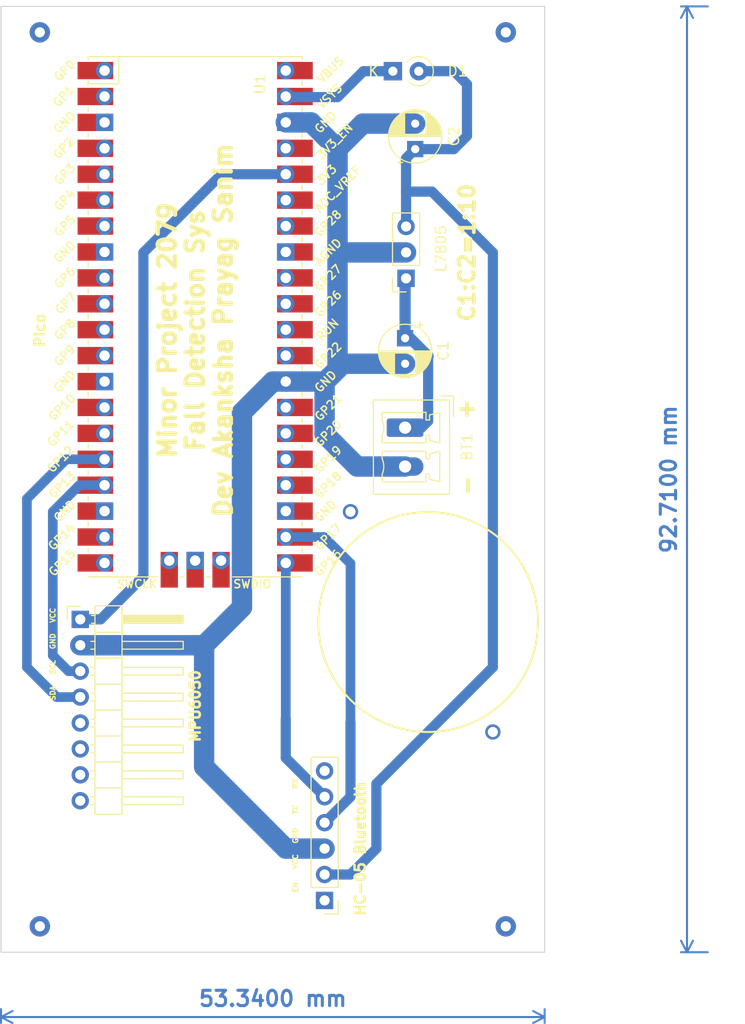
<source format=kicad_pcb>
(kicad_pcb (version 20211014) (generator pcbnew)
  (layers (0 "F.Cu" signal) (31 "B.Cu" signal) (34 "B.Paste" user) (35 "F.Paste" user) (36 "B.SilkS" user "B.Silkscreen") (37 "F.SilkS" user "F.Silkscreen") (38 "B.Mask" user) (39 "F.Mask" user) (44 "Edge.Cuts" user))
  (net 0 "")
  (net 1 "Net-(BT1-Pad1)")
  (net 2 "GND")
  (net 3 "/Vin_5V")
  (net 4 "Net-(D1-Pad1)")
  (net 5 "/VCC_3.3")
  (net 6 "/SCL")
  (net 7 "/SDA")
  (net 9 "/rx")
  (net 10 "/tx")
  (footprint "Capacitor_THT:CP_Radial_D5.0mm_P2.50mm" (layer "F.Cu") (at 96.7995 79.51479 -90)
    (fp_text reference "C1" (at 1.25 -3.75 -90) (layer "F.SilkS"))
    (fp_text value "C")
    (pad "1" thru_hole rect (at 0 0 270) (size 1.6 1.6) (drill 0.8) (layers *.Cu *.Mask) (net 1 "Net-(BT1-Pad1)"))
    (pad "2" thru_hole circle (at 2.5 0 270) (size 1.6 1.6) (drill 0.8) (layers *.Cu *.Mask) (net 2 "GND"))
  )
  (footprint "Diode_THT:D_A-405_P2.54mm_Vertical_KathodeUp" (layer "F.Cu") (at 95.6 53.34)
    (fp_text reference "D1" (at 6.35 0) (layer "F.SilkS"))
    (fp_text value "MBR1020VL")
    (fp_text user "K" (at -1.9 0) (layer "F.SilkS"))
    (pad "1" thru_hole rect (at 0 0) (size 1.8 1.8) (drill 0.9) (layers *.Cu *.Mask) (net 4 "Net-(D1-Pad1)"))
    (pad "2" thru_hole oval (at 2.54 0) (size 1.8 1.8) (drill 0.9) (layers *.Cu *.Mask) (net 3 "/Vin_5V"))
  )
  (footprint "Connector_PinHeader_2.54mm:PinHeader_1x08_P2.54mm_Horizontal" (layer "F.Cu") (at 64.925 107.07)
    (fp_text reference "MPU6050")
    (fp_text value "Conn_01x08_Female" hide)
    (pad "1" thru_hole rect (at 0 0) (size 1.7 1.7) (drill 1) (layers *.Cu *.Mask) (net 5 "/VCC_3.3"))
    (pad "2" thru_hole oval (at 0 2.54) (size 1.7 1.7) (drill 1) (layers *.Cu *.Mask) (net 2 "GND"))
    (pad "3" thru_hole oval (at 0 5.08) (size 1.7 1.7) (drill 1) (layers *.Cu *.Mask) (net 6 "/SCL"))
    (pad "4" thru_hole oval (at 0 7.62) (size 1.7 1.7) (drill 1) (layers *.Cu *.Mask) (net 7 "/SDA"))
    (pad "5" thru_hole oval (at 0 10.16) (size 1.7 1.7) (drill 1) (layers *.Cu *.Mask))
    (pad "6" thru_hole oval (at 0 12.7) (size 1.7 1.7) (drill 1) (layers *.Cu *.Mask))
    (pad "7" thru_hole oval (at 0 15.24) (size 1.7 1.7) (drill 1) (layers *.Cu *.Mask))
    (pad "8" thru_hole oval (at 0 17.78) (size 1.7 1.7) (drill 1) (layers *.Cu *.Mask))
  )
  (footprint "Connector_PinSocket_2.54mm:PinSocket_1x03_P2.54mm_Vertical" (layer "F.Cu") (at 96.895 73.645 180)
    (fp_text reference "U2")
    (fp_text value "L7805" (at -3.435 2.91 90) (layer "F.SilkS"))
    (pad "1" thru_hole rect (at 0 0 180) (size 1.7 1.7) (drill 1) (layers *.Cu *.Mask) (net 1 "Net-(BT1-Pad1)"))
    (pad "2" thru_hole oval (at 0 2.54 180) (size 1.7 1.7) (drill 1) (layers *.Cu *.Mask) (net 2 "GND"))
    (pad "3" thru_hole oval (at 0 5.08 180) (size 1.7 1.7) (drill 1) (layers *.Cu *.Mask) (net 3 "/Vin_5V"))
  )
  (footprint "pipoco:RPi_Pico_SMD_TH" (layer "F.Cu") (at 76.2 77.41)
    (fp_text reference "U1" (at 6.35 -22.8 90) (layer "F.SilkS"))
    (fp_text value "Pico" (at -15.24 1.33 90) (layer "F.SilkS") (effects (font (thickness 0.25))))
    (fp_text user "GP26" (at 13.054 -1.27 45) (layer "F.SilkS") (effects (font (size 0.8 0.8))))
    (fp_text user "GP11" (at -13.2 11.43 45) (layer "F.SilkS") (effects (font (size 0.8 0.8))))
    (fp_text user "GP22" (at 13.054 3.81 45) (layer "F.SilkS") (effects (font (size 0.8 0.8))))
    (fp_text user "GP7" (at -12.7 -1.3 45) (layer "F.SilkS") (effects (font (size 0.8 0.8))))
    (fp_text user "VBUS" (at 13.3 -24.2 45) (layer "F.SilkS") (effects (font (size 0.8 0.8))))
    (fp_text user "GP10" (at -13.054 8.89 45) (layer "F.SilkS") (effects (font (size 0.8 0.8))))
    (fp_text user "3V3" (at 12.9 -13.9 45) (layer "F.SilkS") (effects (font (size 0.8 0.8))))
    (fp_text user "SWCLK" (at -5.7 26.2) (layer "F.SilkS") (effects (font (size 0.8 0.8))))
    (fp_text user "GP0" (at -12.8 -24.13 45) (layer "F.SilkS") (effects (font (size 0.8 0.8))))
    (fp_text user "AGND" (at 13.054 -6.35 45) (layer "F.SilkS") (effects (font (size 0.8 0.8))))
    (fp_text user "GND" (at 12.8 6.35 45) (layer "F.SilkS") (effects (font (size 0.8 0.8))))
    (fp_text user "3V3_EN" (at 13.7 -17.2 45) (layer "F.SilkS") (effects (font (size 0.8 0.8))))
    (fp_text user "GP3" (at -12.8 -13.97 45) (layer "F.SilkS") (effects (font (size 0.8 0.8))))
    (fp_text user "GND" (at -12.8 -6.35 45) (layer "F.SilkS") (effects (font (size 0.8 0.8))))
    (fp_text user "GP16" (at 13.054 24.13 45) (layer "F.SilkS") (effects (font (size 0.8 0.8))))
    (fp_text user "GP2" (at -12.9 -16.51 45) (layer "F.SilkS") (effects (font (size 0.8 0.8))))
    (fp_text user "GND" (at -12.8 -19.05 45) (layer "F.SilkS") (effects (font (size 0.8 0.8))))
    (fp_text user "RUN" (at 13 1.27 45) (layer "F.SilkS") (effects (font (size 0.8 0.8))))
    (fp_text user "GND" (at 12.8 19.05 45) (layer "F.SilkS") (effects (font (size 0.8 0.8))))
    (fp_text user "VSYS" (at 13.2 -21.59 45) (layer "F.SilkS") (effects (font (size 0.8 0.8))))
    (fp_text user "GND" (at -12.8 6.35 45) (layer "F.SilkS") (effects (font (size 0.8 0.8))))
    (fp_text user "GP15" (at -13.054 24.13 45) (layer "F.SilkS") (effects (font (size 0.8 0.8))))
    (fp_text user "GP14" (at -13.1 21.59 45) (layer "F.SilkS") (effects (font (size 0.8 0.8))))
    (fp_text user "GP13" (at -13.054 16.51 45) (layer "F.SilkS") (effects (font (size 0.8 0.8))))
    (fp_text user "SWDIO" (at 5.6 26.2) (layer "F.SilkS") (effects (font (size 0.8 0.8))))
    (fp_text user "GP12" (at -13.2 13.97 45) (layer "F.SilkS") (effects (font (size 0.8 0.8))))
    (fp_text user "GP9" (at -12.8 3.81 45) (layer "F.SilkS") (effects (font (size 0.8 0.8))))
    (fp_text user "GP8" (at -12.8 1.27 45) (layer "F.SilkS") (effects (font (size 0.8 0.8))))
    (fp_text user "GP27" (at 13.054 -3.8 45) (layer "F.SilkS") (effects (font (size 0.8 0.8))))
    (fp_text user "GP28" (at 13.054 -9.144 45) (layer "F.SilkS") (effects (font (size 0.8 0.8))))
    (fp_text user "GP4" (at -12.8 -11.43 45) (layer "F.SilkS") (effects (font (size 0.8 0.8))))
    (fp_text user "GP6" (at -12.8 -3.81 45) (layer "F.SilkS") (effects (font (size 0.8 0.8))))
    (fp_text user "GP5" (at -12.8 -8.89 45) (layer "F.SilkS") (effects (font (size 0.8 0.8))))
    (fp_text user "GP18" (at 13.054 16.51 45) (layer "F.SilkS") (effects (font (size 0.8 0.8))))
    (fp_text user "GP21" (at 13.054 8.9 45) (layer "F.SilkS") (effects (font (size 0.8 0.8))))
    (fp_text user "GP1" (at -12.9 -21.6 45) (layer "F.SilkS") (effects (font (size 0.8 0.8))))
    (fp_text user "GP17" (at 13.054 21.59 45) (layer "F.SilkS") (effects (font (size 0.8 0.8))))
    (fp_text user "ADC_VREF" (at 14 -12.5 45) (layer "F.SilkS") (effects (font (size 0.8 0.8))))
    (fp_text user "GP20" (at 13.054 11.43 45) (layer "F.SilkS") (effects (font (size 0.8 0.8))))
    (fp_text user "GND" (at -12.8 19.05 45) (layer "F.SilkS") (effects (font (size 0.8 0.8))))
    (fp_text user "GND" (at 12.8 -19.05 45) (layer "F.SilkS") (effects (font (size 0.8 0.8))))
    (fp_text user "GP19" (at 13.054 13.97 45) (layer "F.SilkS") (effects (font (size 0.8 0.8))))
    (pad "" np_thru_hole oval (at -2.425 -20.97) (size 1.5 1.5) (drill 1.5) (layers *.Cu *.Mask))
    (pad "" np_thru_hole oval (at -2.725 -24) (size 1.8 1.8) (drill 1.8) (layers *.Cu *.Mask))
    (pad "" np_thru_hole oval (at 2.725 -24) (size 1.8 1.8) (drill 1.8) (layers *.Cu *.Mask))
    (pad "" np_thru_hole oval (at 2.425 -20.97) (size 1.5 1.5) (drill 1.5) (layers *.Cu *.Mask))
    (pad "1" thru_hole oval (at -8.89 -24.13) (size 1.7 1.7) (drill 1.02) (layers *.Cu *.Mask))
    (pad "1" smd rect (at -8.89 -24.13) (size 3.5 1.7) (drill (offset -0.9 0)) (layers "F.Cu" "F.Mask"))
    (pad "2" smd rect (at -8.89 -21.59) (size 3.5 1.7) (drill (offset -0.9 0)) (layers "F.Cu" "F.Mask"))
    (pad "2" thru_hole oval (at -8.89 -21.59) (size 1.7 1.7) (drill 1.02) (layers *.Cu *.Mask))
    (pad "3" smd rect (at -8.89 -19.05) (size 3.5 1.7) (drill (offset -0.9 0)) (layers "F.Cu" "F.Mask"))
    (pad "3" thru_hole rect (at -8.89 -19.05) (size 1.7 1.7) (drill 1.02) (layers *.Cu *.Mask))
    (pad "4" smd rect (at -8.89 -16.51) (size 3.5 1.7) (drill (offset -0.9 0)) (layers "F.Cu" "F.Mask"))
    (pad "4" thru_hole oval (at -8.89 -16.51) (size 1.7 1.7) (drill 1.02) (layers *.Cu *.Mask))
    (pad "5" smd rect (at -8.89 -13.97) (size 3.5 1.7) (drill (offset -0.9 0)) (layers "F.Cu" "F.Mask"))
    (pad "5" thru_hole oval (at -8.89 -13.97) (size 1.7 1.7) (drill 1.02) (layers *.Cu *.Mask))
    (pad "6" smd rect (at -8.89 -11.43) (size 3.5 1.7) (drill (offset -0.9 0)) (layers "F.Cu" "F.Mask"))
    (pad "6" thru_hole oval (at -8.89 -11.43) (size 1.7 1.7) (drill 1.02) (layers *.Cu *.Mask))
    (pad "7" thru_hole oval (at -8.89 -8.89) (size 1.7 1.7) (drill 1.02) (layers *.Cu *.Mask))
    (pad "7" smd rect (at -8.89 -8.89) (size 3.5 1.7) (drill (offset -0.9 0)) (layers "F.Cu" "F.Mask"))
    (pad "8" thru_hole rect (at -8.89 -6.35) (size 1.7 1.7) (drill 1.02) (layers *.Cu *.Mask))
    (pad "8" smd rect (at -8.89 -6.35) (size 3.5 1.7) (drill (offset -0.9 0)) (layers "F.Cu" "F.Mask"))
    (pad "9" smd rect (at -8.89 -3.81) (size 3.5 1.7) (drill (offset -0.9 0)) (layers "F.Cu" "F.Mask"))
    (pad "9" thru_hole oval (at -8.89 -3.81) (size 1.7 1.7) (drill 1.02) (layers *.Cu *.Mask))
    (pad "10" thru_hole oval (at -8.89 -1.27) (size 1.7 1.7) (drill 1.02) (layers *.Cu *.Mask))
    (pad "10" smd rect (at -8.89 -1.27) (size 3.5 1.7) (drill (offset -0.9 0)) (layers "F.Cu" "F.Mask"))
    (pad "11" thru_hole oval (at -8.89 1.27) (size 1.7 1.7) (drill 1.02) (layers *.Cu *.Mask))
    (pad "11" smd rect (at -8.89 1.27) (size 3.5 1.7) (drill (offset -0.9 0)) (layers "F.Cu" "F.Mask"))
    (pad "12" smd rect (at -8.89 3.81) (size 3.5 1.7) (drill (offset -0.9 0)) (layers "F.Cu" "F.Mask"))
    (pad "12" thru_hole oval (at -8.89 3.81) (size 1.7 1.7) (drill 1.02) (layers *.Cu *.Mask))
    (pad "13" thru_hole rect (at -8.89 6.35) (size 1.7 1.7) (drill 1.02) (layers *.Cu *.Mask))
    (pad "13" smd rect (at -8.89 6.35) (size 3.5 1.7) (drill (offset -0.9 0)) (layers "F.Cu" "F.Mask"))
    (pad "14" thru_hole oval (at -8.89 8.89) (size 1.7 1.7) (drill 1.02) (layers *.Cu *.Mask))
    (pad "14" smd rect (at -8.89 8.89) (size 3.5 1.7) (drill (offset -0.9 0)) (layers "F.Cu" "F.Mask"))
    (pad "15" thru_hole oval (at -8.89 11.43) (size 1.7 1.7) (drill 1.02) (layers *.Cu *.Mask))
    (pad "15" smd rect (at -8.89 11.43) (size 3.5 1.7) (drill (offset -0.9 0)) (layers "F.Cu" "F.Mask"))
    (pad "16" thru_hole oval (at -8.89 13.97) (size 1.7 1.7) (drill 1.02) (layers *.Cu *.Mask) (net 7 "/SDA"))
    (pad "16" smd rect (at -8.89 13.97) (size 3.5 1.7) (drill (offset -0.9 0)) (layers "F.Cu" "F.Mask") (net 7 "/SDA"))
    (pad "17" thru_hole oval (at -8.89 16.51) (size 1.7 1.7) (drill 1.02) (layers *.Cu *.Mask) (net 6 "/SCL"))
    (pad "17" smd rect (at -8.89 16.51) (size 3.5 1.7) (drill (offset -0.9 0)) (layers "F.Cu" "F.Mask") (net 6 "/SCL"))
    (pad "18" smd rect (at -8.89 19.05) (size 3.5 1.7) (drill (offset -0.9 0)) (layers "F.Cu" "F.Mask"))
    (pad "18" thru_hole rect (at -8.89 19.05) (size 1.7 1.7) (drill 1.02) (layers *.Cu *.Mask))
    (pad "19" smd rect (at -8.89 21.59) (size 3.5 1.7) (drill (offset -0.9 0)) (layers "F.Cu" "F.Mask"))
    (pad "19" thru_hole oval (at -8.89 21.59) (size 1.7 1.7) (drill 1.02) (layers *.Cu *.Mask))
    (pad "20" thru_hole oval (at -8.89 24.13) (size 1.7 1.7) (drill 1.02) (layers *.Cu *.Mask))
    (pad "20" smd rect (at -8.89 24.13) (size 3.5 1.7) (drill (offset -0.9 0)) (layers "F.Cu" "F.Mask"))
    (pad "21" thru_hole oval (at 8.89 24.13) (size 1.7 1.7) (drill 1.02) (layers *.Cu *.Mask) (net 10 "/tx"))
    (pad "21" smd rect (at 8.89 24.13) (size 3.5 1.7) (drill (offset 0.9 0)) (layers "F.Cu" "F.Mask") (net 10 "/tx"))
    (pad "22" thru_hole oval (at 8.89 21.59) (size 1.7 1.7) (drill 1.02) (layers *.Cu *.Mask) (net 9 "/rx"))
    (pad "22" smd rect (at 8.89 21.59) (size 3.5 1.7) (drill (offset 0.9 0)) (layers "F.Cu" "F.Mask") (net 9 "/rx"))
    (pad "23" smd rect (at 8.89 19.05) (size 3.5 1.7) (drill (offset 0.9 0)) (layers "F.Cu" "F.Mask"))
    (pad "23" thru_hole rect (at 8.89 19.05) (size 1.7 1.7) (drill 1.02) (layers *.Cu *.Mask))
    (pad "24" thru_hole oval (at 8.89 16.51) (size 1.7 1.7) (drill 1.02) (layers *.Cu *.Mask))
    (pad "24" smd rect (at 8.89 16.51) (size 3.5 1.7) (drill (offset 0.9 0)) (layers "F.Cu" "F.Mask"))
    (pad "25" thru_hole oval (at 8.89 13.97) (size 1.7 1.7) (drill 1.02) (layers *.Cu *.Mask))
    (pad "25" smd rect (at 8.89 13.97) (size 3.5 1.7) (drill (offset 0.9 0)) (layers "F.Cu" "F.Mask"))
    (pad "26" smd rect (at 8.89 11.43) (size 3.5 1.7) (drill (offset 0.9 0)) (layers "F.Cu" "F.Mask"))
    (pad "26" thru_hole oval (at 8.89 11.43) (size 1.7 1.7) (drill 1.02) (layers *.Cu *.Mask))
    (pad "27" thru_hole oval (at 8.89 8.89) (size 1.7 1.7) (drill 1.02) (layers *.Cu *.Mask))
    (pad "27" smd rect (at 8.89 8.89) (size 3.5 1.7) (drill (offset 0.9 0)) (layers "F.Cu" "F.Mask"))
    (pad "28" thru_hole rect (at 8.89 6.35) (size 1.7 1.7) (drill 1.02) (layers *.Cu *.Mask) (net 2 "GND"))
    (pad "28" smd rect (at 8.89 6.35) (size 3.5 1.7) (drill (offset 0.9 0)) (layers "F.Cu" "F.Mask") (net 2 "GND"))
    (pad "29" smd rect (at 8.89 3.81) (size 3.5 1.7) (drill (offset 0.9 0)) (layers "F.Cu" "F.Mask"))
    (pad "29" thru_hole oval (at 8.89 3.81) (size 1.7 1.7) (drill 1.02) (layers *.Cu *.Mask))
    (pad "30" thru_hole oval (at 8.89 1.27) (size 1.7 1.7) (drill 1.02) (layers *.Cu *.Mask))
    (pad "30" smd rect (at 8.89 1.27) (size 3.5 1.7) (drill (offset 0.9 0)) (layers "F.Cu" "F.Mask"))
    (pad "31" smd rect (at 8.89 -1.27) (size 3.5 1.7) (drill (offset 0.9 0)) (layers "F.Cu" "F.Mask"))
    (pad "31" thru_hole oval (at 8.89 -1.27) (size 1.7 1.7) (drill 1.02) (layers *.Cu *.Mask))
    (pad "32" smd rect (at 8.89 -3.81) (size 3.5 1.7) (drill (offset 0.9 0)) (layers "F.Cu" "F.Mask"))
    (pad "32" thru_hole oval (at 8.89 -3.81) (size 1.7 1.7) (drill 1.02) (layers *.Cu *.Mask))
    (pad "33" thru_hole rect (at 8.89 -6.35) (size 1.7 1.7) (drill 1.02) (layers *.Cu *.Mask))
    (pad "33" smd rect (at 8.89 -6.35) (size 3.5 1.7) (drill (offset 0.9 0)) (layers "F.Cu" "F.Mask"))
    (pad "34" smd rect (at 8.89 -8.89) (size 3.5 1.7) (drill (offset 0.9 0)) (layers "F.Cu" "F.Mask"))
    (pad "34" thru_hole oval (at 8.89 -8.89) (size 1.7 1.7) (drill 1.02) (layers *.Cu *.Mask))
    (pad "35" thru_hole oval (at 8.89 -11.43) (size 1.7 1.7) (drill 1.02) (layers *.Cu *.Mask))
    (pad "35" smd rect (at 8.89 -11.43) (size 3.5 1.7) (drill (offset 0.9 0)) (layers "F.Cu" "F.Mask"))
    (pad "36" smd rect (at 8.89 -13.97) (size 3.5 1.7) (drill (offset 0.9 0)) (layers "F.Cu" "F.Mask") (net 5 "/VCC_3.3"))
    (pad "36" thru_hole oval (at 8.89 -13.97) (size 1.7 1.7) (drill 1.02) (layers *.Cu *.Mask) (net 5 "/VCC_3.3"))
    (pad "37" thru_hole oval (at 8.89 -16.51) (size 1.7 1.7) (drill 1.02) (layers *.Cu *.Mask))
    (pad "37" smd rect (at 8.89 -16.51) (size 3.5 1.7) (drill (offset 0.9 0)) (layers "F.Cu" "F.Mask"))
    (pad "38" thru_hole rect (at 8.89 -19.05) (size 1.7 1.7) (drill 1.02) (layers *.Cu *.Mask) (net 2 "GND"))
    (pad "38" smd rect (at 8.89 -19.05) (size 3.5 1.7) (drill (offset 0.9 0)) (layers "F.Cu" "F.Mask") (net 2 "GND"))
    (pad "39" smd rect (at 8.89 -21.59) (size 3.5 1.7) (drill (offset 0.9 0)) (layers "F.Cu" "F.Mask") (net 4 "Net-(D1-Pad1)"))
    (pad "39" thru_hole oval (at 8.89 -21.59) (size 1.7 1.7) (drill 1.02) (layers *.Cu *.Mask) (net 4 "Net-(D1-Pad1)"))
    (pad "40" thru_hole oval (at 8.89 -24.13) (size 1.7 1.7) (drill 1.02) (layers *.Cu *.Mask))
    (pad "40" smd rect (at 8.89 -24.13) (size 3.5 1.7) (drill (offset 0.9 0)) (layers "F.Cu" "F.Mask"))
    (pad "41" smd rect (at -2.54 23.9 90) (size 3.5 1.7) (drill (offset -0.9 0)) (layers "F.Cu" "F.Mask"))
    (pad "41" thru_hole oval (at -2.54 23.9) (size 1.7 1.7) (drill 1.02) (layers *.Cu *.Mask))
    (pad "42" thru_hole rect (at 0 23.9) (size 1.7 1.7) (drill 1.02) (layers *.Cu *.Mask))
    (pad "42" smd rect (at 0 23.9 90) (size 3.5 1.7) (drill (offset -0.9 0)) (layers "F.Cu" "F.Mask"))
    (pad "43" thru_hole oval (at 2.54 23.9) (size 1.7 1.7) (drill 1.02) (layers *.Cu *.Mask))
    (pad "43" smd rect (at 2.54 23.9 90) (size 3.5 1.7) (drill (offset -0.9 0)) (layers "F.Cu" "F.Mask"))
  )
  (footprint "Connector_PinHeader_2.54mm:PinHeader_1x06_P2.54mm_Vertical" (layer "F.Cu") (at 88.9 134.62 180)
    (fp_text reference "HC-05 Bluetooth" (at -3.4925 5.08 90) (layer "F.SilkS") (effects (font (thickness 0.25))))
    (fp_text value "Conn_01x06_Female")
    (pad "1" thru_hole rect (at 0 0 180) (size 1.7 1.7) (drill 1) (layers *.Cu *.Mask))
    (pad "2" thru_hole oval (at 0 2.54 180) (size 1.7 1.7) (drill 1) (layers *.Cu *.Mask) (net 3 "/Vin_5V"))
    (pad "3" thru_hole oval (at 0 5.08 180) (size 1.7 1.7) (drill 1) (layers *.Cu *.Mask) (net 2 "GND"))
    (pad "4" thru_hole oval (at 0 7.62 180) (size 1.7 1.7) (drill 1) (layers *.Cu *.Mask) (net 9 "/rx"))
    (pad "5" thru_hole oval (at 0 10.16 180) (size 1.7 1.7) (drill 1) (layers *.Cu *.Mask) (net 10 "/tx"))
    (pad "6" thru_hole oval (at 0 12.7 180) (size 1.7 1.7) (drill 1) (layers *.Cu *.Mask))
  )
  (footprint "Connector_Phoenix_MC:PhoenixContact_MCV_1,5_2-G-3.81_1x02_P3.81mm_Vertical" (layer "F.Cu") (at 96.7975 88.28 -90)
    (fp_text reference "BT1" (at 1.89 -6.0725 -90) (layer "F.SilkS"))
    (fp_text value "Battery_Cell")
    (pad "1" thru_hole roundrect (at 0 0 270) (size 1.8 3.6) (drill 1.2) (layers *.Cu *.Mask) (roundrect_rratio 0.138889) (net 1 "Net-(BT1-Pad1)"))
    (pad "2" thru_hole oval (at 3.81 0 270) (size 1.8 3.6) (drill 1.2) (layers *.Cu *.Mask) (net 2 "GND"))
  )
  (footprint "Capacitor_THT:CP_Radial_D5.0mm_P2.50mm" (layer "F.Cu") (at 97.79 60.98 90)
    (fp_text reference "C2" (at 1.25 3.81 90) (layer "F.SilkS"))
    (fp_text value "C")
    (pad "1" thru_hole rect (at 0 0 90) (size 1.6 1.6) (drill 0.8) (layers *.Cu *.Mask) (net 3 "/Vin_5V"))
    (pad "2" thru_hole circle (at 2.5 0 90) (size 1.6 1.6) (drill 0.8) (layers *.Cu *.Mask) (net 2 "GND"))
  )
  (gr_circle (center 99.06 107.333693) (end 109.836307 107.333693) (layer "F.SilkS") (width 0.2) (fill none))
  (gr_poly (pts (xy 110.49 139.7) (xy 57.15 139.7) (xy 57.15 46.99) (xy 110.49 46.99)) (layer "Edge.Cuts") (width 0.1) (fill none))
  (gr_text "MPU6050" (at 76.2 115.57 90) (layer "F.SilkS") (effects (font (size 1 1) (thickness 0.25))))
  (gr_text "SCL" (at 62.23 111.76 90) (layer "F.SilkS") (effects (font (size 0.5 0.5) (thickness 0.125))))
  (gr_text "VCC\n" (at 86.0425 130.81 90) (layer "F.SilkS") (effects (font (size 0.5 0.5) (thickness 0.125))))
  (gr_text "TX" (at 86.0425 125.73 90) (layer "F.SilkS") (effects (font (size 0.5 0.5) (thickness 0.125))))
  (gr_text "-" (at 102.87 93.98 90) (layer "F.SilkS") (effects (font (size 1.5 1.5) (thickness 0.375))))
  (gr_text "VCC\n" (at 62.23 106.68 90) (layer "F.SilkS") (effects (font (size 0.5 0.5) (thickness 0.125))))
  (gr_text "GND" (at 62.23 109.22 90) (layer "F.SilkS") (effects (font (size 0.5 0.5) (thickness 0.125))))
  (gr_text "SDA" (at 62.23 114.3 90) (layer "F.SilkS") (effects (font (size 0.5 0.5) (thickness 0.125))))
  (gr_text "RX" (at 86.0425 123.19 90) (layer "F.SilkS") (effects (font (size 0.5 0.5) (thickness 0.125))))
  (gr_text "GND" (at 86.0425 128.27 90) (layer "F.SilkS") (effects (font (size 0.5 0.5) (thickness 0.125))))
  (gr_text "Minor Project 2079\nFall Detection Sys\nDev Akanksha Prayag Sanim" (at 76.2 78.74 90) (layer "F.SilkS") (effects (font (size 1.7 1.7) (thickness 0.425))))
  (gr_text "C1:C2=1:10" (at 102.87 71.12 90) (layer "F.SilkS") (effects (font (size 1.5 1.5) (thickness 0.375))))
  (gr_text "+" (at 102.87 86.36) (layer "F.SilkS") (effects (font (size 1.5 1.5) (thickness 0.375))))
  (gr_text "EN" (at 86.0425 133.35 90) (layer "F.SilkS") (effects (font (size 0.5 0.5) (thickness 0.125))))
  (dimension (type aligned) (layer "B.Cu") (pts (xy 57.15 144.78) (xy 110.49 144.78)) (height 1.27) (gr_text "53.3400 mm" (at 83.82 144.25) (layer "B.Cu") (effects (font (size 1.5 1.5) (thickness 0.3)))) (format (units 3) (units_format 1) (precision 4)) (style (thickness 0.2) (arrow_length 1.27) (text_position_mode 0) (extension_height 0.58642) (extension_offset 0.5) keep_text_aligned))
  (dimension (type aligned) (layer "B.Cu") (pts (xy 127 46.99) (xy 127 139.7)) (height 2.54) (gr_text "92.7100 mm" (at 122.66 93.345 90) (layer "B.Cu") (effects (font (size 1.5 1.5) (thickness 0.3)))) (format (units 3) (units_format 1) (precision 4)) (style (thickness 0.2) (arrow_length 1.27) (text_position_mode 0) (extension_height 0.58642) (extension_offset 0.5) keep_text_aligned))
  (via (at 106.68 137.16) (size 2) (drill 1) (layers "F.Cu" "B.Cu") (net 0))
  (via (at 60.96 137.16) (size 2) (drill 1) (layers "F.Cu" "B.Cu") (net 0))
  (via (at 106.68 49.53) (size 2) (drill 1) (layers "F.Cu" "B.Cu") (net 0))
  (via (at 105.41 118.11) (size 1.5) (drill 1) (layers "F.Cu" "B.Cu") (net 0))
  (via (at 60.96 49.53) (size 2) (drill 1) (layers "F.Cu" "B.Cu") (net 0))
  (via (at 91.44 96.52) (size 1.5) (drill 1) (layers "F.Cu" "B.Cu") (net 0))
  (segment (start 97.29479 79.51479) (end 96.7995 79.51479) (width 1.1) (layer "B.Cu") (net 1))
  (segment (start 99.06 81.28) (end 97.29479 79.51479) (width 1.1) (layer "B.Cu") (net 1))
  (segment (start 96.7975 88.28) (end 98.41 88.28) (width 1) (layer "B.Cu") (net 1))
  (segment (start 96.7995 74.1255) (end 96.895 74.03) (width 1.1) (layer "B.Cu") (net 1))
  (segment (start 96.7995 73.7405) (end 96.895 73.645) (width 1.1) (layer "B.Cu") (net 1))
  (segment (start 99.06 87.63) (end 99.06 81.28) (width 1) (layer "B.Cu") (net 1))
  (segment (start 96.7995 79.51479) (end 96.7995 73.7405) (width 1.1) (layer "B.Cu") (net 1))
  (segment (start 98.41 88.28) (end 99.06 87.63) (width 1) (layer "B.Cu") (net 1))
  (segment (start 88.84 83.76) (end 85.09 83.76) (width 2) (layer "B.Cu") (net 2))
  (segment (start 64.925 109.61) (end 77.08 109.61) (width 2) (layer "B.Cu") (net 2))
  (segment (start 77.08 109.61) (end 80.79 105.9) (width 2) (layer "B.Cu") (net 2))
  (segment (start 90.17 60.96) (end 87.57 58.36) (width 2) (layer "B.Cu") (net 2))
  (segment (start 92.09 92.09) (end 88.9 88.9) (width 2) (layer "B.Cu") (net 2))
  (segment (start 80.79 86.79) (end 83.82 83.76) (width 2) (layer "B.Cu") (net 2))
  (segment (start 90.185 71.105) (end 90.17 71.12) (width 2) (layer "B.Cu") (net 2))
  (segment (start 90.17 71.12) (end 90.17 82.55) (width 2) (layer "B.Cu") (net 2))
  (segment (start 90.17 71.12) (end 90.17 60.96) (width 2) (layer "B.Cu") (net 2))
  (segment (start 77.08 109.61) (end 77.08 121.53) (width 2) (layer "B.Cu") (net 2))
  (segment (start 83.82 83.76) (end 85.09 83.76) (width 2) (layer "B.Cu") (net 2))
  (segment (start 96.7975 92.09) (end 92.09 92.09) (width 2) (layer "B.Cu") (net 2))
  (segment (start 80.79 105.9) (end 80.79 86.79) (width 2) (layer "B.Cu") (net 2))
  (segment (start 77.08 121.53) (end 85.09 129.54) (width 2) (layer "B.Cu") (net 2))
  (segment (start 87.57 58.36) (end 85.09 58.36) (width 2) (layer "B.Cu") (net 2))
  (segment (start 92.65 58.48) (end 97.79 58.48) (width 2) (layer "B.Cu") (net 2))
  (segment (start 85.09 129.54) (end 88.9 129.54) (width 2) (layer "B.Cu") (net 2))
  (segment (start 90.17 82.55) (end 88.9 83.82) (width 2) (layer "B.Cu") (net 2))
  (segment (start 88.9 88.9) (end 88.9 83.82) (width 2) (layer "B.Cu") (net 2))
  (segment (start 96.895 71.105) (end 90.185 71.105) (width 2) (layer "B.Cu") (net 2))
  (segment (start 88.9 83.82) (end 88.84 83.76) (width 2) (layer "B.Cu") (net 2))
  (segment (start 90.70521 82.01479) (end 90.17 82.55) (width 2) (layer "B.Cu") (net 2))
  (segment (start 96.7995 82.01479) (end 90.70521 82.01479) (width 2) (layer "B.Cu") (net 2))
  (segment (start 90.17 60.96) (end 92.65 58.48) (width 2) (layer "B.Cu") (net 2))
  (segment (start 91.44 132.08) (end 93.98 129.54) (width 1) (layer "B.Cu") (net 3))
  (segment (start 88.9 132.08) (end 91.44 132.08) (width 1) (layer "B.Cu") (net 3))
  (segment (start 101.6 53.34) (end 98.14 53.34) (width 1) (layer "B.Cu") (net 3))
  (segment (start 102.87 59.69) (end 102.87 54.61) (width 1) (layer "B.Cu") (net 3))
  (segment (start 105.41 111.76) (end 105.41 71.12) (width 1) (layer "B.Cu") (net 3))
  (segment (start 102.87 54.61) (end 101.6 53.34) (width 1) (layer "B.Cu") (net 3))
  (segment (start 93.98 129.54) (end 93.98 123.19) (width 1) (layer "B.Cu") (net 3))
  (segment (start 93.98 123.19) (end 105.41 111.76) (width 1) (layer "B.Cu") (net 3))
  (segment (start 97.79 60.98) (end 101.58 60.98) (width 1) (layer "B.Cu") (net 3))
  (segment (start 99.435 65.145) (end 96.895 65.145) (width 1) (layer "B.Cu") (net 3))
  (segment (start 96.895 61.875) (end 97.79 60.98) (width 1) (layer "B.Cu") (net 3))
  (segment (start 96.895 68.565) (end 96.895 65.145) (width 1) (layer "B.Cu") (net 3))
  (segment (start 101.58 60.98) (end 102.87 59.69) (width 1) (layer "B.Cu") (net 3))
  (segment (start 105.41 71.12) (end 99.435 65.145) (width 1) (layer "B.Cu") (net 3))
  (segment (start 96.895 65.145) (end 96.895 61.875) (width 1) (layer "B.Cu") (net 3))
  (segment (start 90.17 55.88) (end 85.15 55.88) (width 1) (layer "B.Cu") (net 4))
  (segment (start 95.6 53.34) (end 92.71 53.34) (width 1) (layer "B.Cu") (net 4))
  (segment (start 92.71 53.34) (end 90.17 55.88) (width 1) (layer "B.Cu") (net 4))
  (segment (start 85.15 55.88) (end 85.09 55.82) (width 1) (layer "B.Cu") (net 4))
  (segment (start 78.8 63.44) (end 85.09 63.44) (width 1) (layer "B.Cu") (net 5))
  (segment (start 71.12 102.87) (end 71.12 71.12) (width 1) (layer "B.Cu") (net 5))
  (segment (start 66.92 107.07) (end 71.12 102.87) (width 1) (layer "B.Cu") (net 5))
  (segment (start 64.925 107.07) (end 66.92 107.07) (width 1) (layer "B.Cu") (net 5))
  (segment (start 71.12 71.12) (end 78.8 63.44) (width 1) (layer "B.Cu") (net 5))
  (segment (start 62.23 110.6075) (end 62.23 96.52) (width 0.95) (layer "B.Cu") (net 6))
  (segment (start 62.23 96.52) (end 64.83 93.92) (width 0.95) (layer "B.Cu") (net 6))
  (segment (start 64.83 93.92) (end 67.31 93.92) (width 0.95) (layer "B.Cu") (net 6))
  (segment (start 63.7725 112.15) (end 62.23 110.6075) (width 0.95) (layer "B.Cu") (net 6))
  (segment (start 64.925 112.15) (end 63.7725 112.15) (width 0.95) (layer "B.Cu") (net 6))
  (segment (start 59.69 111.76) (end 59.69 95.25) (width 0.95) (layer "B.Cu") (net 7))
  (segment (start 62.62 114.69) (end 59.69 111.76) (width 0.95) (layer "B.Cu") (net 7))
  (segment (start 59.69 95.25) (end 63.56 91.38) (width 0.95) (layer "B.Cu") (net 7))
  (segment (start 63.56 91.38) (end 67.31 91.38) (width 0.95) (layer "B.Cu") (net 7))
  (segment (start 64.925 114.69) (end 62.62 114.69) (width 0.95) (layer "B.Cu") (net 7))
  (segment (start 88.9 127) (end 91.44 124.46) (width 1) (layer "B.Cu") (net 9))
  (segment (start 91.44 117.1575) (end 91.44 101.6) (width 0.95) (layer "B.Cu") (net 9))
  (segment (start 91.44 124.46) (end 91.44 117.1575) (width 1) (layer "B.Cu") (net 9))
  (segment (start 91.44 101.6) (end 88.84 99) (width 0.95) (layer "B.Cu") (net 9))
  (segment (start 88.84 99) (end 85.09 99) (width 0.95) (layer "B.Cu") (net 9))
  (segment (start 85.09 120.65) (end 85.09 116.84) (width 1) (layer "B.Cu") (net 10))
  (segment (start 88.9 124.46) (end 85.09 120.65) (width 1) (layer "B.Cu") (net 10))
  (segment (start 85.09 116.84) (end 85.09 101.54) (width 0.95) (layer "B.Cu") (net 10))
)
</source>
